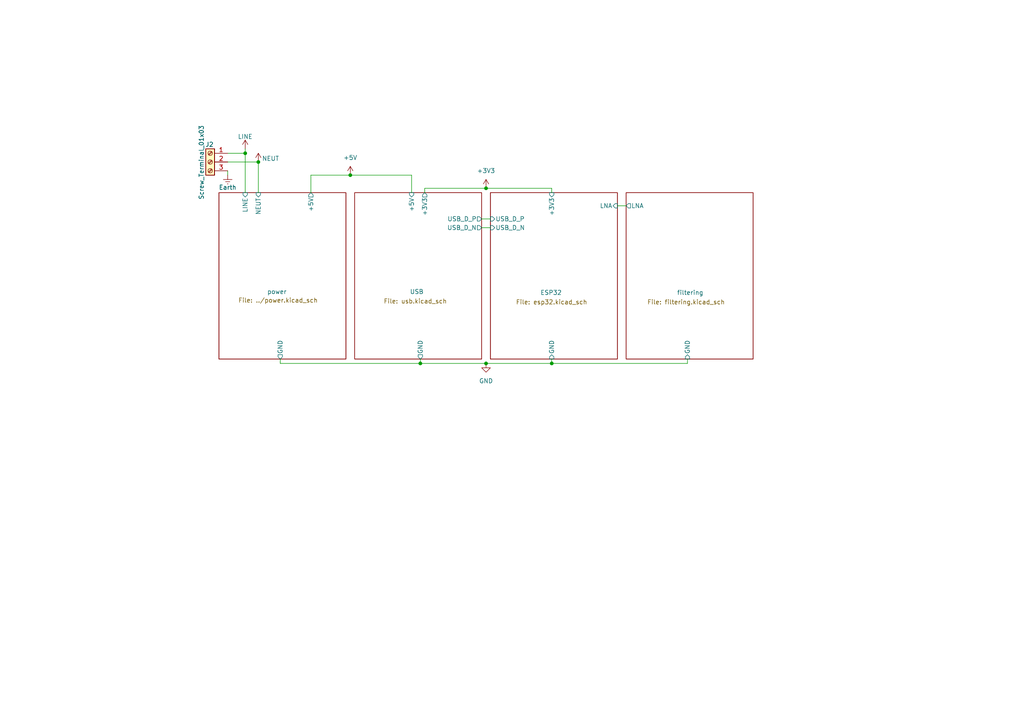
<source format=kicad_sch>
(kicad_sch (version 20231120) (generator "eeschema") (generator_version "8.0")
  (paper "A4")
  (lib_symbols
    (symbol "Connector:Screw_Terminal_01x03" (pin_names (offset 1.016) hide)
      (property "Reference" "J" (at 0 5.08 0))
      (property "Value" "Screw_Terminal_01x03" (at 0 -5.08 0))
      (symbol "Screw_Terminal_01x03_1_1"
        (rectangle (start -1.27 3.81) (end 1.27 -3.81) (stroke (width 0.254)) (fill (type background)))
        (circle (center 0 -2.54) (radius 0.635) (stroke (width 0.1524)))
        (polyline (pts (xy -0.5334 -2.2098) (xy 0.3302 -3.048)) (stroke (width 0.1524)))
        (polyline (pts (xy -0.5334 0.3302) (xy 0.3302 -0.508)) (stroke (width 0.1524)))
        (polyline (pts (xy -0.5334 2.8702) (xy 0.3302 2.032)) (stroke (width 0.1524)))
        (polyline (pts (xy -0.3556 -2.032) (xy 0.508 -2.8702)) (stroke (width 0.1524)))
        (polyline (pts (xy -0.3556 0.508) (xy 0.508 -0.3302)) (stroke (width 0.1524)))
        (polyline (pts (xy -0.3556 3.048) (xy 0.508 2.2098)) (stroke (width 0.1524)))
        (circle (center 0 0) (radius 0.635) (stroke (width 0.1524)))
        (circle (center 0 2.54) (radius 0.635) (stroke (width 0.1524)))
        (pin passive line (at -5.08 2.54 0) (length 3.81) (name "Pin_1") (number "1"))
        (pin passive line (at -5.08 0 0) (length 3.81) (name "Pin_2") (number "2"))
        (pin passive line (at -5.08 -2.54 0) (length 3.81) (name "Pin_3") (number "3"))
      )
    )
    (symbol "power:+3V3" (power) (pin_numbers hide) (pin_names (offset 0) hide)
      (property "Value" "+3V3" (at 0 3.556 0))
      (symbol "+3V3_0_1"
        (polyline (pts (xy -0.762 1.27) (xy 0 2.54)))
        (polyline (pts (xy 0 0) (xy 0 2.54)))
        (polyline (pts (xy 0 2.54) (xy 0.762 1.27)))
      )
      (symbol "+3V3_1_1"
        (pin power_in line (at 0 0 90) (length 0) (name "~") (number "1"))
      )
    )
    (symbol "power:+5V" (power) (pin_numbers hide) (pin_names (offset 0) hide)
      (property "Value" "+5V" (at 0 3.556 0))
      (symbol "+5V_0_1"
        (polyline (pts (xy -0.762 1.27) (xy 0 2.54)))
        (polyline (pts (xy 0 0) (xy 0 2.54)))
        (polyline (pts (xy 0 2.54) (xy 0.762 1.27)))
      )
      (symbol "+5V_1_1"
        (pin power_in line (at 0 0 90) (length 0) (name "~") (number "1"))
      )
    )
    (symbol "power:Earth" (power) (pin_numbers hide) (pin_names (offset 0) hide)
      (property "Value" "Earth" (at 0 -3.81 0))
      (symbol "Earth_0_1"
        (polyline (pts (xy -0.635 -1.905) (xy 0.635 -1.905)))
        (polyline (pts (xy -0.127 -2.54) (xy 0.127 -2.54)))
        (polyline (pts (xy 0 -1.27) (xy 0 0)))
        (polyline (pts (xy 1.27 -1.27) (xy -1.27 -1.27)))
      )
      (symbol "Earth_1_1"
        (pin power_in line (at 0 0 270) (length 0) (name "~") (number "1"))
      )
    )
    (symbol "power:GND" (power) (pin_numbers hide) (pin_names (offset 0) hide)
      (property "Value" "GND" (at 0 -3.81 0))
      (symbol "GND_0_1"
        (polyline (pts (xy 0 0) (xy 0 -1.27) (xy 1.27 -1.27) (xy 0 -2.54) (xy -1.27 -1.27) (xy 0 -1.27)))
      )
      (symbol "GND_1_1"
        (pin power_in line (at 0 0 270) (length 0) (name "~") (number "1"))
      )
    )
    (symbol "power:LINE" (power) (pin_numbers hide) (pin_names (offset 0) hide)
      (property "Value" "LINE" (at 0 3.556 0))
      (symbol "LINE_0_1"
        (polyline (pts (xy -0.762 1.27) (xy 0 2.54)))
        (polyline (pts (xy 0 0) (xy 0 2.54)))
        (polyline (pts (xy 0 2.54) (xy 0.762 1.27)))
      )
      (symbol "LINE_1_1"
        (pin power_in line (at 0 0 90) (length 0) (name "~") (number "1"))
      )
    )
    (symbol "power:NEUT" (power) (pin_numbers hide) (pin_names (offset 0) hide)
      (property "Value" "NEUT" (at 0 3.556 0))
      (symbol "NEUT_0_1"
        (polyline (pts (xy -0.762 1.27) (xy 0 2.54)))
        (polyline (pts (xy 0 0) (xy 0 2.54)))
        (polyline (pts (xy 0 2.54) (xy 0.762 1.27)))
      )
      (symbol "NEUT_1_1"
        (pin power_in line (at 0 0 90) (length 0) (name "~") (number "1"))
      )
    )
  )
  (junction (at 74.93 46.99))
  (junction (at 140.97 105.41))
  (junction (at 140.97 54.61))
  (junction (at 160.02 105.41))
  (junction (at 101.6 50.8))
  (junction (at 121.92 105.41))
  (junction (at 71.12 44.45))
  (wire (pts (xy 71.12 44.45) (xy 71.12 55.88)))
  (wire (pts (xy 123.19 54.61) (xy 140.97 54.61)))
  (wire (pts (xy 66.04 49.53) (xy 66.04 50.8)))
  (wire (pts (xy 139.7 63.5) (xy 142.24 63.5)))
  (wire (pts (xy 140.97 105.41) (xy 160.02 105.41)))
  (wire (pts (xy 179.07 59.69) (xy 181.61 59.69)))
  (wire (pts (xy 74.93 46.99) (xy 74.93 55.88)))
  (wire (pts (xy 81.28 105.41) (xy 121.92 105.41)))
  (wire (pts (xy 71.12 43.18) (xy 71.12 44.45)))
  (wire (pts (xy 101.6 50.8) (xy 90.17 50.8)))
  (wire (pts (xy 121.92 104.14) (xy 121.92 105.41)))
  (wire (pts (xy 140.97 54.61) (xy 160.02 54.61)))
  (wire (pts (xy 139.7 66.04) (xy 142.24 66.04)))
  (wire (pts (xy 121.92 105.41) (xy 140.97 105.41)))
  (wire (pts (xy 123.19 55.88) (xy 123.19 54.61)))
  (wire (pts (xy 66.04 46.99) (xy 74.93 46.99)))
  (wire (pts (xy 66.04 44.45) (xy 71.12 44.45)))
  (wire (pts (xy 81.28 104.14) (xy 81.28 105.41)))
  (wire (pts (xy 160.02 105.41) (xy 199.39 105.41)))
  (wire (pts (xy 90.17 50.8) (xy 90.17 55.88)))
  (wire (pts (xy 160.02 104.14) (xy 160.02 105.41)))
  (wire (pts (xy 199.39 105.41) (xy 199.39 104.14)))
  (wire (pts (xy 119.38 55.88) (xy 119.38 50.8)))
  (wire (pts (xy 160.02 54.61) (xy 160.02 55.88)))
  (wire (pts (xy 119.38 50.8) (xy 101.6 50.8)))
  (symbol (lib_id "power:Earth") (at 66.04 50.8 0) (mirror y) (unit 1)
    (property "Reference" "#PWR019" (effects (hide yes)))
    (property "Value" "Earth" (at 66.04 54.356 0))
    (property "Description" "Power symbol creates a global label with name \"Earth\"" (effects (hide yes)))
  )
  (symbol (lib_id "power:LINE") (at 71.12 43.18 0) (mirror y) (unit 1)
    (property "Reference" "#PWR020" (effects (hide yes)))
    (property "Value" "LINE" (at 71.12 39.624 0))
    (property "Description" "Power symbol creates a global label with name \"LINE\"" (effects (hide yes)))
  )
  (symbol (lib_id "power:+3V3") (at 140.97 54.61 0) (unit 1)
    (property "Reference" "#PWR022" (effects (hide yes)))
    (property "Value" "+3V3" (at 140.97 49.53 0))
    (property "Description" "Power symbol creates a global label with name \"+3V3\"" (effects (hide yes)))
  )
  (symbol (lib_id "power:NEUT") (at 74.93 46.99 0) (mirror y) (unit 1)
    (property "Reference" "#PWR021" (effects (hide yes)))
    (property "Value" "NEUT" (at 78.486 45.974 0))
    (property "Description" "Power symbol creates a global label with name \"NEUT\"" (effects (hide yes)))
  )
  (symbol (lib_id "power:+5V") (at 101.6 50.8 0) (unit 1)
    (property "Reference" "#PWR023" (effects (hide yes)))
    (property "Value" "+5V" (at 101.6 45.72 0))
    (property "Description" "Power symbol creates a global label with name \"+5V\"" (effects (hide yes)))
  )
  (symbol (lib_id "Connector:Screw_Terminal_01x03") (at 60.96 46.99 0) (mirror y) (unit 1)
    (property "Reference" "J2" (at 61.976 41.91 0) (effects (justify left)))
    (property "Value" "Screw_Terminal_01x03" (at 58.42 57.912 90) (effects (justify left)))
    (property "Footprint" "TerminalBlock_TE-Connectivity:TerminalBlock_TE_282834-3_1x03_P2.54mm_Horizontal" (effects (hide yes)))
    (property "Description" "Generic screw terminal, single row, 01x03, script generated (kicad-library-utils/schlib/autogen/connector/)" (effects (hide yes)))
    (property "PN" "282834-3" (effects (hide yes)))
  )
  (symbol (lib_id "power:GND") (at 140.97 105.41 0) (unit 1)
    (property "Reference" "#PWR024" (effects (hide yes)))
    (property "Value" "GND" (at 140.97 110.49 0))
    (property "Description" "Power symbol creates a global label with name \"GND\" , ground" (effects (hide yes)))
  )
  (sheet (at 63.5 55.88) (size 36.83 48.26) (stroke (width 0.1524))
    (property "Sheetname" "power" (at 77.47 85.344 0) (effects (justify left bottom)))
    (property "Sheetfile" "../power.kicad_sch" (at 69.088 86.36 0) (effects (justify left top)))
    (pin "NEUT" input (at 74.93 55.88 90))
    (pin "LINE" input (at 71.12 55.88 90))
    (pin "GND" output (at 81.28 104.14 270))
    (pin "+5V" output (at 90.17 55.88 90))
  )
  (sheet (at 142.24 55.88) (size 36.83 48.26) (stroke (width 0.1524))
    (property "Sheetname" "ESP32" (at 156.718 85.598 0) (effects (justify left bottom)))
    (property "Sheetfile" "esp32.kicad_sch" (at 149.606 86.868 0) (effects (justify left top)))
    (pin "USB_D_N" input (at 142.24 66.04 180))
    (pin "USB_D_P" input (at 142.24 63.5 180))
    (pin "GND" input (at 160.02 104.14 270))
    (pin "+3V3" input (at 160.02 55.88 90))
    (pin "LNA" input (at 179.07 59.69 0))
  )
  (sheet (at 102.87 55.88) (size 36.83 48.26) (stroke (width 0.1524))
    (property "Sheetname" "USB" (at 118.872 85.344 0) (effects (justify left bottom)))
    (property "Sheetfile" "usb.kicad_sch" (at 111.252 86.614 0) (effects (justify left top)))
    (pin "GND" output (at 121.92 104.14 270))
    (pin "USB_D_P" output (at 139.7 63.5 0))
    (pin "USB_D_N" output (at 139.7 66.04 0))
    (pin "+3V3" output (at 123.19 55.88 90))
    (pin "+5V" input (at 119.38 55.88 90))
  )
  (sheet (at 181.61 55.88) (size 36.83 48.26) (stroke (width 0.1524))
    (property "Sheetname" "filtering" (at 196.342 85.598 0) (effects (justify left bottom)))
    (property "Sheetfile" "filtering.kicad_sch" (at 187.706 86.868 0) (effects (justify left top)))
    (pin "GND" input (at 199.39 104.14 270))
    (pin "LNA" output (at 181.61 59.69 180))
  )
)
</source>
